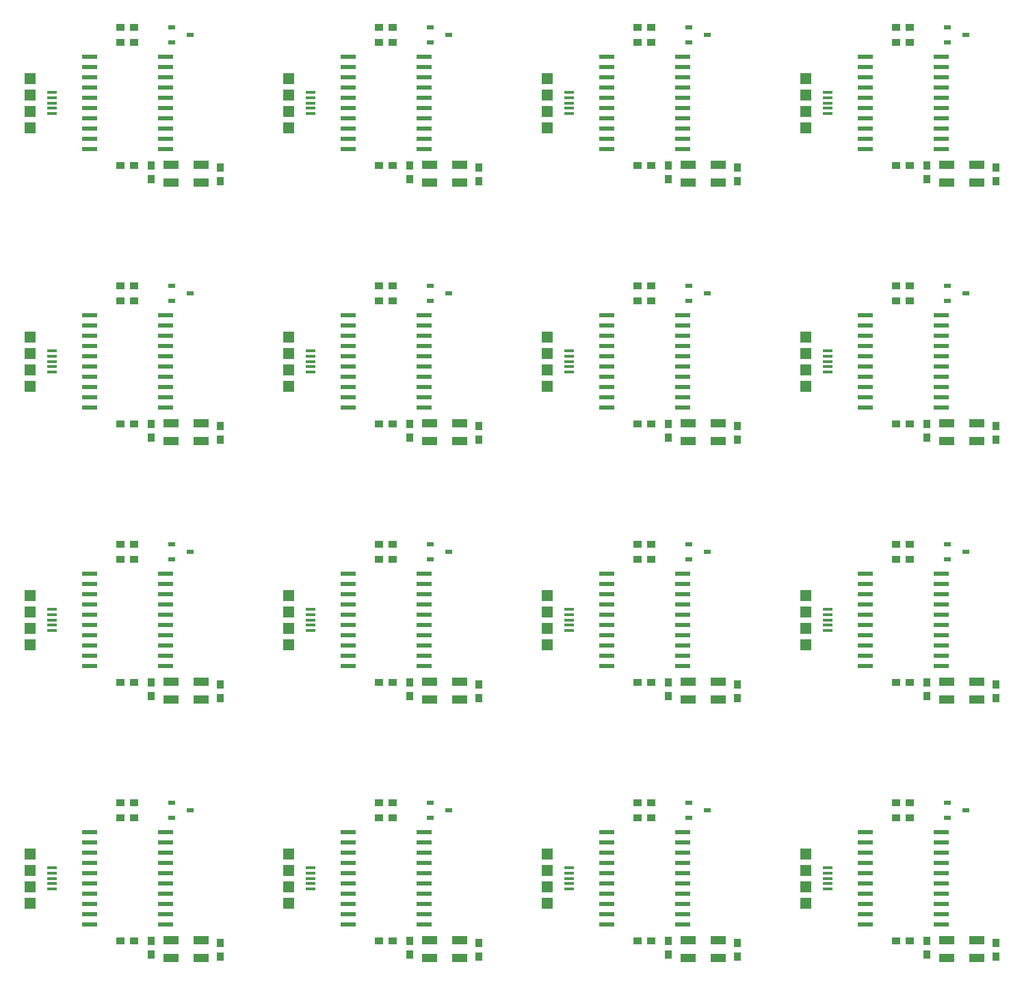
<source format=gtp>
G04 DipTrace 2.3.1.0*
%INinterface_TopPaste.gtp*%
%MOIN*%
%ADD39R,0.0373X0.0216*%
%ADD43R,0.057X0.055*%
%ADD45R,0.057X0.0531*%
%ADD51R,0.0491X0.0117*%
%ADD53R,0.0393X0.0354*%
%ADD55R,0.0354X0.0393*%
%ADD57R,0.0747X0.0432*%
%ADD59R,0.0747X0.0196*%
%FSLAX44Y44*%
G04*
G70*
G90*
G75*
G01*
%LNTopPaste*%
%LPD*%
D59*
X11138Y7987D3*
Y8487D3*
Y8987D3*
Y9487D3*
Y9987D3*
Y10487D3*
Y10987D3*
Y11487D3*
Y11987D3*
Y12487D3*
X7437D3*
Y11987D3*
Y11487D3*
Y10987D3*
Y10487D3*
Y9987D3*
Y9487D3*
Y8987D3*
Y8487D3*
Y7987D3*
D57*
X12857Y7223D3*
X11401D3*
Y6357D3*
X12857D3*
D55*
X10437Y7187D3*
Y6518D3*
X13812Y6437D3*
Y7106D3*
D53*
X8937Y7187D3*
X9606D3*
X8937Y13187D3*
X9606D3*
D51*
X5600Y10749D3*
Y10493D3*
Y10237D3*
Y9981D3*
Y9725D3*
D45*
X4537Y11428D3*
Y9046D3*
D43*
Y10631D3*
Y9843D3*
D53*
X9606Y13937D3*
X8937D3*
D39*
X11437D3*
Y13189D3*
X12343Y13563D3*
D59*
X23738Y7987D3*
Y8487D3*
Y8987D3*
Y9487D3*
Y9987D3*
Y10487D3*
Y10987D3*
Y11487D3*
Y11987D3*
Y12487D3*
X20037D3*
Y11987D3*
Y11487D3*
Y10987D3*
Y10487D3*
Y9987D3*
Y9487D3*
Y8987D3*
Y8487D3*
Y7987D3*
D57*
X25457Y7223D3*
X24001D3*
Y6357D3*
X25457D3*
D55*
X23037Y7187D3*
Y6518D3*
X26412Y6437D3*
Y7106D3*
D53*
X21537Y7187D3*
X22206D3*
X21537Y13187D3*
X22206D3*
D51*
X18200Y10749D3*
Y10493D3*
Y10237D3*
Y9981D3*
Y9725D3*
D45*
X17137Y11428D3*
Y9046D3*
D43*
Y10631D3*
Y9843D3*
D53*
X22206Y13937D3*
X21537D3*
D39*
X24037D3*
Y13189D3*
X24943Y13563D3*
D59*
X36338Y7987D3*
Y8487D3*
Y8987D3*
Y9487D3*
Y9987D3*
Y10487D3*
Y10987D3*
Y11487D3*
Y11987D3*
Y12487D3*
X32637D3*
Y11987D3*
Y11487D3*
Y10987D3*
Y10487D3*
Y9987D3*
Y9487D3*
Y8987D3*
Y8487D3*
Y7987D3*
D57*
X38057Y7223D3*
X36601D3*
Y6357D3*
X38057D3*
D55*
X35637Y7187D3*
Y6518D3*
X39012Y6437D3*
Y7106D3*
D53*
X34137Y7187D3*
X34806D3*
X34137Y13187D3*
X34806D3*
D51*
X30800Y10749D3*
Y10493D3*
Y10237D3*
Y9981D3*
Y9725D3*
D45*
X29737Y11428D3*
Y9046D3*
D43*
Y10631D3*
Y9843D3*
D53*
X34806Y13937D3*
X34137D3*
D39*
X36637D3*
Y13189D3*
X37543Y13563D3*
D59*
X48938Y7987D3*
Y8487D3*
Y8987D3*
Y9487D3*
Y9987D3*
Y10487D3*
Y10987D3*
Y11487D3*
Y11987D3*
Y12487D3*
X45237D3*
Y11987D3*
Y11487D3*
Y10987D3*
Y10487D3*
Y9987D3*
Y9487D3*
Y8987D3*
Y8487D3*
Y7987D3*
D57*
X50657Y7223D3*
X49201D3*
Y6357D3*
X50657D3*
D55*
X48237Y7187D3*
Y6518D3*
X51612Y6437D3*
Y7106D3*
D53*
X46737Y7187D3*
X47406D3*
X46737Y13187D3*
X47406D3*
D51*
X43400Y10749D3*
Y10493D3*
Y10237D3*
Y9981D3*
Y9725D3*
D45*
X42337Y11428D3*
Y9046D3*
D43*
Y10631D3*
Y9843D3*
D53*
X47406Y13937D3*
X46737D3*
D39*
X49237D3*
Y13189D3*
X50143Y13563D3*
D59*
X11138Y20587D3*
Y21087D3*
Y21587D3*
Y22087D3*
Y22587D3*
Y23087D3*
Y23587D3*
Y24087D3*
Y24587D3*
Y25087D3*
X7437D3*
Y24587D3*
Y24087D3*
Y23587D3*
Y23087D3*
Y22587D3*
Y22087D3*
Y21587D3*
Y21087D3*
Y20587D3*
D57*
X12857Y19823D3*
X11401D3*
Y18957D3*
X12857D3*
D55*
X10437Y19787D3*
Y19118D3*
X13812Y19037D3*
Y19706D3*
D53*
X8937Y19787D3*
X9606D3*
X8937Y25787D3*
X9606D3*
D51*
X5600Y23349D3*
Y23093D3*
Y22837D3*
Y22581D3*
Y22325D3*
D45*
X4537Y24028D3*
Y21646D3*
D43*
Y23231D3*
Y22443D3*
D53*
X9606Y26537D3*
X8937D3*
D39*
X11437D3*
Y25789D3*
X12343Y26163D3*
D59*
X23738Y20587D3*
Y21087D3*
Y21587D3*
Y22087D3*
Y22587D3*
Y23087D3*
Y23587D3*
Y24087D3*
Y24587D3*
Y25087D3*
X20037D3*
Y24587D3*
Y24087D3*
Y23587D3*
Y23087D3*
Y22587D3*
Y22087D3*
Y21587D3*
Y21087D3*
Y20587D3*
D57*
X25457Y19823D3*
X24001D3*
Y18957D3*
X25457D3*
D55*
X23037Y19787D3*
Y19118D3*
X26412Y19037D3*
Y19706D3*
D53*
X21537Y19787D3*
X22206D3*
X21537Y25787D3*
X22206D3*
D51*
X18200Y23349D3*
Y23093D3*
Y22837D3*
Y22581D3*
Y22325D3*
D45*
X17137Y24028D3*
Y21646D3*
D43*
Y23231D3*
Y22443D3*
D53*
X22206Y26537D3*
X21537D3*
D39*
X24037D3*
Y25789D3*
X24943Y26163D3*
D59*
X36338Y20587D3*
Y21087D3*
Y21587D3*
Y22087D3*
Y22587D3*
Y23087D3*
Y23587D3*
Y24087D3*
Y24587D3*
Y25087D3*
X32637D3*
Y24587D3*
Y24087D3*
Y23587D3*
Y23087D3*
Y22587D3*
Y22087D3*
Y21587D3*
Y21087D3*
Y20587D3*
D57*
X38057Y19823D3*
X36601D3*
Y18957D3*
X38057D3*
D55*
X35637Y19787D3*
Y19118D3*
X39012Y19037D3*
Y19706D3*
D53*
X34137Y19787D3*
X34806D3*
X34137Y25787D3*
X34806D3*
D51*
X30800Y23349D3*
Y23093D3*
Y22837D3*
Y22581D3*
Y22325D3*
D45*
X29737Y24028D3*
Y21646D3*
D43*
Y23231D3*
Y22443D3*
D53*
X34806Y26537D3*
X34137D3*
D39*
X36637D3*
Y25789D3*
X37543Y26163D3*
D59*
X48938Y20587D3*
Y21087D3*
Y21587D3*
Y22087D3*
Y22587D3*
Y23087D3*
Y23587D3*
Y24087D3*
Y24587D3*
Y25087D3*
X45237D3*
Y24587D3*
Y24087D3*
Y23587D3*
Y23087D3*
Y22587D3*
Y22087D3*
Y21587D3*
Y21087D3*
Y20587D3*
D57*
X50657Y19823D3*
X49201D3*
Y18957D3*
X50657D3*
D55*
X48237Y19787D3*
Y19118D3*
X51612Y19037D3*
Y19706D3*
D53*
X46737Y19787D3*
X47406D3*
X46737Y25787D3*
X47406D3*
D51*
X43400Y23349D3*
Y23093D3*
Y22837D3*
Y22581D3*
Y22325D3*
D45*
X42337Y24028D3*
Y21646D3*
D43*
Y23231D3*
Y22443D3*
D53*
X47406Y26537D3*
X46737D3*
D39*
X49237D3*
Y25789D3*
X50143Y26163D3*
D59*
X11138Y33187D3*
Y33687D3*
Y34187D3*
Y34687D3*
Y35187D3*
Y35687D3*
Y36187D3*
Y36687D3*
Y37187D3*
Y37687D3*
X7437D3*
Y37187D3*
Y36687D3*
Y36187D3*
Y35687D3*
Y35187D3*
Y34687D3*
Y34187D3*
Y33687D3*
Y33187D3*
D57*
X12857Y32423D3*
X11401D3*
Y31557D3*
X12857D3*
D55*
X10437Y32387D3*
Y31718D3*
X13812Y31637D3*
Y32306D3*
D53*
X8937Y32387D3*
X9606D3*
X8937Y38387D3*
X9606D3*
D51*
X5600Y35949D3*
Y35693D3*
Y35437D3*
Y35181D3*
Y34925D3*
D45*
X4537Y36628D3*
Y34246D3*
D43*
Y35831D3*
Y35043D3*
D53*
X9606Y39137D3*
X8937D3*
D39*
X11437D3*
Y38389D3*
X12343Y38763D3*
D59*
X23738Y33187D3*
Y33687D3*
Y34187D3*
Y34687D3*
Y35187D3*
Y35687D3*
Y36187D3*
Y36687D3*
Y37187D3*
Y37687D3*
X20037D3*
Y37187D3*
Y36687D3*
Y36187D3*
Y35687D3*
Y35187D3*
Y34687D3*
Y34187D3*
Y33687D3*
Y33187D3*
D57*
X25457Y32423D3*
X24001D3*
Y31557D3*
X25457D3*
D55*
X23037Y32387D3*
Y31718D3*
X26412Y31637D3*
Y32306D3*
D53*
X21537Y32387D3*
X22206D3*
X21537Y38387D3*
X22206D3*
D51*
X18200Y35949D3*
Y35693D3*
Y35437D3*
Y35181D3*
Y34925D3*
D45*
X17137Y36628D3*
Y34246D3*
D43*
Y35831D3*
Y35043D3*
D53*
X22206Y39137D3*
X21537D3*
D39*
X24037D3*
Y38389D3*
X24943Y38763D3*
D59*
X36338Y33187D3*
Y33687D3*
Y34187D3*
Y34687D3*
Y35187D3*
Y35687D3*
Y36187D3*
Y36687D3*
Y37187D3*
Y37687D3*
X32637D3*
Y37187D3*
Y36687D3*
Y36187D3*
Y35687D3*
Y35187D3*
Y34687D3*
Y34187D3*
Y33687D3*
Y33187D3*
D57*
X38057Y32423D3*
X36601D3*
Y31557D3*
X38057D3*
D55*
X35637Y32387D3*
Y31718D3*
X39012Y31637D3*
Y32306D3*
D53*
X34137Y32387D3*
X34806D3*
X34137Y38387D3*
X34806D3*
D51*
X30800Y35949D3*
Y35693D3*
Y35437D3*
Y35181D3*
Y34925D3*
D45*
X29737Y36628D3*
Y34246D3*
D43*
Y35831D3*
Y35043D3*
D53*
X34806Y39137D3*
X34137D3*
D39*
X36637D3*
Y38389D3*
X37543Y38763D3*
D59*
X48938Y33187D3*
Y33687D3*
Y34187D3*
Y34687D3*
Y35187D3*
Y35687D3*
Y36187D3*
Y36687D3*
Y37187D3*
Y37687D3*
X45237D3*
Y37187D3*
Y36687D3*
Y36187D3*
Y35687D3*
Y35187D3*
Y34687D3*
Y34187D3*
Y33687D3*
Y33187D3*
D57*
X50657Y32423D3*
X49201D3*
Y31557D3*
X50657D3*
D55*
X48237Y32387D3*
Y31718D3*
X51612Y31637D3*
Y32306D3*
D53*
X46737Y32387D3*
X47406D3*
X46737Y38387D3*
X47406D3*
D51*
X43400Y35949D3*
Y35693D3*
Y35437D3*
Y35181D3*
Y34925D3*
D45*
X42337Y36628D3*
Y34246D3*
D43*
Y35831D3*
Y35043D3*
D53*
X47406Y39137D3*
X46737D3*
D39*
X49237D3*
Y38389D3*
X50143Y38763D3*
D59*
X11138Y45787D3*
Y46287D3*
Y46787D3*
Y47287D3*
Y47787D3*
Y48287D3*
Y48787D3*
Y49287D3*
Y49787D3*
Y50287D3*
X7437D3*
Y49787D3*
Y49287D3*
Y48787D3*
Y48287D3*
Y47787D3*
Y47287D3*
Y46787D3*
Y46287D3*
Y45787D3*
D57*
X12857Y45023D3*
X11401D3*
Y44157D3*
X12857D3*
D55*
X10437Y44987D3*
Y44318D3*
X13812Y44237D3*
Y44906D3*
D53*
X8937Y44987D3*
X9606D3*
X8937Y50987D3*
X9606D3*
D51*
X5600Y48549D3*
Y48293D3*
Y48037D3*
Y47781D3*
Y47525D3*
D45*
X4537Y49228D3*
Y46846D3*
D43*
Y48431D3*
Y47643D3*
D53*
X9606Y51737D3*
X8937D3*
D39*
X11437D3*
Y50989D3*
X12343Y51363D3*
D59*
X23738Y45787D3*
Y46287D3*
Y46787D3*
Y47287D3*
Y47787D3*
Y48287D3*
Y48787D3*
Y49287D3*
Y49787D3*
Y50287D3*
X20037D3*
Y49787D3*
Y49287D3*
Y48787D3*
Y48287D3*
Y47787D3*
Y47287D3*
Y46787D3*
Y46287D3*
Y45787D3*
D57*
X25457Y45023D3*
X24001D3*
Y44157D3*
X25457D3*
D55*
X23037Y44987D3*
Y44318D3*
X26412Y44237D3*
Y44906D3*
D53*
X21537Y44987D3*
X22206D3*
X21537Y50987D3*
X22206D3*
D51*
X18200Y48549D3*
Y48293D3*
Y48037D3*
Y47781D3*
Y47525D3*
D45*
X17137Y49228D3*
Y46846D3*
D43*
Y48431D3*
Y47643D3*
D53*
X22206Y51737D3*
X21537D3*
D39*
X24037D3*
Y50989D3*
X24943Y51363D3*
D59*
X36338Y45787D3*
Y46287D3*
Y46787D3*
Y47287D3*
Y47787D3*
Y48287D3*
Y48787D3*
Y49287D3*
Y49787D3*
Y50287D3*
X32637D3*
Y49787D3*
Y49287D3*
Y48787D3*
Y48287D3*
Y47787D3*
Y47287D3*
Y46787D3*
Y46287D3*
Y45787D3*
D57*
X38057Y45023D3*
X36601D3*
Y44157D3*
X38057D3*
D55*
X35637Y44987D3*
Y44318D3*
X39012Y44237D3*
Y44906D3*
D53*
X34137Y44987D3*
X34806D3*
X34137Y50987D3*
X34806D3*
D51*
X30800Y48549D3*
Y48293D3*
Y48037D3*
Y47781D3*
Y47525D3*
D45*
X29737Y49228D3*
Y46846D3*
D43*
Y48431D3*
Y47643D3*
D53*
X34806Y51737D3*
X34137D3*
D39*
X36637D3*
Y50989D3*
X37543Y51363D3*
D59*
X48938Y45787D3*
Y46287D3*
Y46787D3*
Y47287D3*
Y47787D3*
Y48287D3*
Y48787D3*
Y49287D3*
Y49787D3*
Y50287D3*
X45237D3*
Y49787D3*
Y49287D3*
Y48787D3*
Y48287D3*
Y47787D3*
Y47287D3*
Y46787D3*
Y46287D3*
Y45787D3*
D57*
X50657Y45023D3*
X49201D3*
Y44157D3*
X50657D3*
D55*
X48237Y44987D3*
Y44318D3*
X51612Y44237D3*
Y44906D3*
D53*
X46737Y44987D3*
X47406D3*
X46737Y50987D3*
X47406D3*
D51*
X43400Y48549D3*
Y48293D3*
Y48037D3*
Y47781D3*
Y47525D3*
D45*
X42337Y49228D3*
Y46846D3*
D43*
Y48431D3*
Y47643D3*
D53*
X47406Y51737D3*
X46737D3*
D39*
X49237D3*
Y50989D3*
X50143Y51363D3*
M02*

</source>
